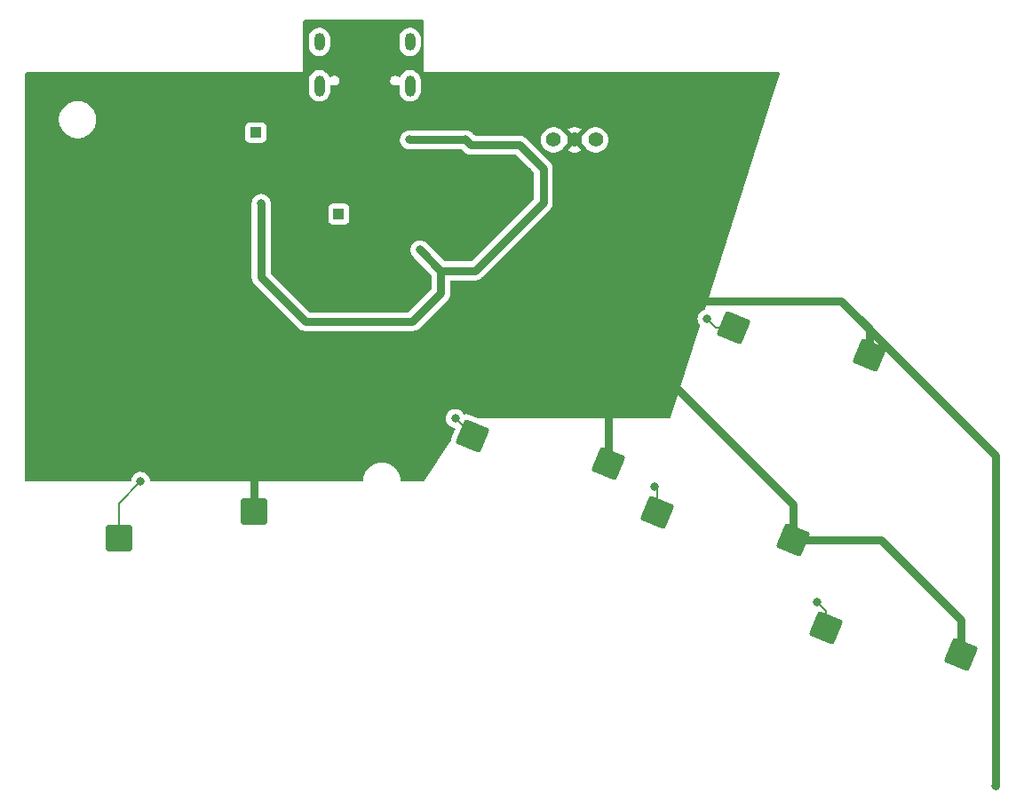
<source format=gbr>
%TF.GenerationSoftware,KiCad,Pcbnew,8.0.4*%
%TF.CreationDate,2024-07-30T01:54:57-07:00*%
%TF.ProjectId,3board_a,33626f61-7264-45f6-912e-6b696361645f,rev?*%
%TF.SameCoordinates,Original*%
%TF.FileFunction,Copper,L2,Bot*%
%TF.FilePolarity,Positive*%
%FSLAX46Y46*%
G04 Gerber Fmt 4.6, Leading zero omitted, Abs format (unit mm)*
G04 Created by KiCad (PCBNEW 8.0.4) date 2024-07-30 01:54:57*
%MOMM*%
%LPD*%
G01*
G04 APERTURE LIST*
G04 Aperture macros list*
%AMRoundRect*
0 Rectangle with rounded corners*
0 $1 Rounding radius*
0 $2 $3 $4 $5 $6 $7 $8 $9 X,Y pos of 4 corners*
0 Add a 4 corners polygon primitive as box body*
4,1,4,$2,$3,$4,$5,$6,$7,$8,$9,$2,$3,0*
0 Add four circle primitives for the rounded corners*
1,1,$1+$1,$2,$3*
1,1,$1+$1,$4,$5*
1,1,$1+$1,$6,$7*
1,1,$1+$1,$8,$9*
0 Add four rect primitives between the rounded corners*
20,1,$1+$1,$2,$3,$4,$5,0*
20,1,$1+$1,$4,$5,$6,$7,0*
20,1,$1+$1,$6,$7,$8,$9,0*
20,1,$1+$1,$8,$9,$2,$3,0*%
G04 Aperture macros list end*
%TA.AperFunction,ComponentPad*%
%ADD10C,0.600000*%
%TD*%
%TA.AperFunction,ComponentPad*%
%ADD11R,1.000000X1.000000*%
%TD*%
%TA.AperFunction,SMDPad,CuDef*%
%ADD12RoundRect,0.250000X-1.329660X-0.531629X0.564293X-1.316130X1.329660X0.531629X-0.564293X1.316130X0*%
%TD*%
%TA.AperFunction,ComponentPad*%
%ADD13O,1.000000X2.000000*%
%TD*%
%TA.AperFunction,ComponentPad*%
%ADD14O,1.000000X1.700000*%
%TD*%
%TA.AperFunction,ComponentPad*%
%ADD15C,1.400000*%
%TD*%
%TA.AperFunction,SMDPad,CuDef*%
%ADD16RoundRect,0.250000X-1.025000X-1.000000X1.025000X-1.000000X1.025000X1.000000X-1.025000X1.000000X0*%
%TD*%
%TA.AperFunction,ViaPad*%
%ADD17C,0.800000*%
%TD*%
%TA.AperFunction,Conductor*%
%ADD18C,0.800000*%
%TD*%
%TA.AperFunction,Conductor*%
%ADD19C,0.150000*%
%TD*%
G04 APERTURE END LIST*
D10*
%TO.P,,57,GND*%
%TO.N,GND*%
X83700000Y-36840000D03*
%TD*%
%TO.P,,57,GND*%
%TO.N,GND*%
X84716000Y-36840000D03*
%TD*%
D11*
%TO.P,TP2,1,1*%
%TO.N,+1V1*%
X73900000Y-38500000D03*
%TD*%
D10*
%TO.P,,57,GND*%
%TO.N,GND*%
X83700000Y-35824000D03*
%TD*%
D12*
%TO.P,SW20_RIGHT,1,1*%
%TO.N,RIGHT*%
X120330272Y-77942034D03*
%TO.P,SW20_RIGHT,2,2*%
%TO.N,GND*%
X133245279Y-80542329D03*
%TD*%
D10*
%TO.P,,57,GND*%
%TO.N,GND*%
X84716000Y-37856000D03*
%TD*%
D13*
%TO.P,J1,S1,SHIELD*%
%TO.N,Net-(J1-SHIELD)*%
X80700000Y-26295000D03*
D14*
X80700000Y-22100000D03*
D13*
X72060000Y-26295000D03*
D14*
X72060000Y-22100000D03*
%TD*%
D15*
%TO.P,J2,1,Pin_1*%
%TO.N,/Main/SWCLK*%
X98380000Y-31430000D03*
%TO.P,J2,2,Pin_2*%
%TO.N,GND*%
X96380000Y-31430000D03*
%TO.P,J2,3,Pin_3*%
%TO.N,/Main/SWDIO*%
X94380000Y-31430000D03*
%TD*%
D10*
%TO.P,,57,GND*%
%TO.N,GND*%
X85732000Y-35824000D03*
%TD*%
%TO.P,,57,GND*%
%TO.N,GND*%
X84716000Y-35824000D03*
%TD*%
D12*
%TO.P,SW19_LEFT,1,1*%
%TO.N,LEFT*%
X86661196Y-59666277D03*
%TO.P,SW19_LEFT,2,2*%
%TO.N,GND*%
X99576203Y-62266572D03*
%TD*%
D10*
%TO.P,,57,GND*%
%TO.N,GND*%
X85732000Y-36840000D03*
%TD*%
D12*
%TO.P,SW17_W,1,1*%
%TO.N,W*%
X111551220Y-49356491D03*
%TO.P,SW17_W,2,2*%
%TO.N,GND*%
X124466227Y-51956786D03*
%TD*%
D11*
%TO.P,TP1,1,1*%
%TO.N,+3.3V*%
X66000000Y-30750000D03*
%TD*%
D10*
%TO.P,,57,GND*%
%TO.N,GND*%
X85732000Y-37856000D03*
%TD*%
%TO.P,,57,GND*%
%TO.N,GND*%
X83700000Y-37856000D03*
%TD*%
D16*
%TO.P,SW8_DP,1,1*%
%TO.N,L2*%
X52915000Y-69451696D03*
%TO.P,SW8_DP,2,2*%
%TO.N,GND*%
X65842000Y-66911696D03*
%TD*%
D12*
%TO.P,SW18_DOWN,1,1*%
%TO.N,DOWN*%
X104261101Y-66956396D03*
%TO.P,SW18_DOWN,2,2*%
%TO.N,GND*%
X117176108Y-69556691D03*
%TD*%
D17*
%TO.N,GND*%
X88500000Y-29000000D03*
X89669000Y-38364000D03*
X81668000Y-45222000D03*
X71880000Y-33930000D03*
X98813000Y-35189000D03*
X89380000Y-43430000D03*
X68968000Y-39761000D03*
X136500000Y-93000000D03*
X76778500Y-41602500D03*
X70873000Y-31252000D03*
X78880000Y-30930000D03*
X54880000Y-39930000D03*
X91880000Y-34430000D03*
%TO.N,+3.3V*%
X80630000Y-31430000D03*
X86880000Y-43930000D03*
X86000000Y-31430000D03*
X81630000Y-41930000D03*
X93380000Y-34180000D03*
X66500000Y-37500000D03*
%TO.N,DOWN*%
X104000000Y-64500000D03*
%TO.N,RIGHT*%
X119500000Y-75500000D03*
%TO.N,LEFT*%
X85000000Y-58000000D03*
%TO.N,L2*%
X55000000Y-64000000D03*
%TO.N,W*%
X109000000Y-48500000D03*
%TD*%
D18*
%TO.N,GND*%
X133245279Y-77245279D02*
X125556691Y-69556691D01*
X121800000Y-46800000D02*
X108200000Y-46800000D01*
X124466227Y-49466227D02*
X121800000Y-46800000D01*
X124466227Y-51956786D02*
X124466227Y-49466227D01*
X117176108Y-69556691D02*
X117176108Y-66176108D01*
X65842000Y-63158000D02*
X66000000Y-63000000D01*
X136500000Y-93000000D02*
X136500000Y-61500000D01*
X125556691Y-69556691D02*
X117176108Y-69556691D01*
X117176108Y-66176108D02*
X105000000Y-54000000D01*
X133245279Y-80542329D02*
X133245279Y-77245279D01*
X99576203Y-62266572D02*
X99576203Y-57076203D01*
X65842000Y-66911696D02*
X65842000Y-63158000D01*
X136500000Y-61500000D02*
X121800000Y-46800000D01*
%TO.N,+3.3V*%
X83630000Y-43930000D02*
X81630000Y-41930000D01*
X66500000Y-37500000D02*
X66500000Y-44532000D01*
X86000000Y-31430000D02*
X80630000Y-31430000D01*
X93380000Y-34180000D02*
X93380000Y-37430000D01*
X91130000Y-31930000D02*
X93380000Y-34180000D01*
X86880000Y-43930000D02*
X83630000Y-43930000D01*
X86000000Y-31430000D02*
X86500000Y-31930000D01*
X83630000Y-46054000D02*
X83630000Y-43930000D01*
X70746000Y-48778000D02*
X80906000Y-48778000D01*
X80906000Y-48778000D02*
X83630000Y-46054000D01*
X86500000Y-31930000D02*
X91130000Y-31930000D01*
X66500000Y-44532000D02*
X70746000Y-48778000D01*
X93380000Y-37430000D02*
X86880000Y-43930000D01*
D19*
%TO.N,DOWN*%
X104261101Y-64761101D02*
X104261101Y-66956396D01*
X104000000Y-64500000D02*
X104261101Y-64761101D01*
%TO.N,RIGHT*%
X120330272Y-76330272D02*
X119500000Y-75500000D01*
X120330272Y-77942034D02*
X120330272Y-76330272D01*
%TO.N,LEFT*%
X86661196Y-59666277D02*
X85000000Y-58005081D01*
X85000000Y-58005081D02*
X85000000Y-58000000D01*
%TO.N,L2*%
X52915000Y-66085000D02*
X55000000Y-64000000D01*
X52915000Y-69451696D02*
X52915000Y-66085000D01*
%TO.N,W*%
X109856491Y-49356491D02*
X109000000Y-48500000D01*
X111551220Y-49356491D02*
X109856491Y-49356491D01*
%TD*%
%TA.AperFunction,Conductor*%
%TO.N,GND*%
G36*
X81943039Y-20019685D02*
G01*
X81988794Y-20072489D01*
X82000000Y-20124000D01*
X82000000Y-25000000D01*
X115830420Y-25000000D01*
X115897459Y-25019685D01*
X115943214Y-25072489D01*
X115953158Y-25141647D01*
X115948583Y-25161594D01*
X115040237Y-28016398D01*
X108824138Y-47552705D01*
X108785053Y-47610620D01*
X108731761Y-47636397D01*
X108720199Y-47638854D01*
X108720192Y-47638857D01*
X108547270Y-47715848D01*
X108547265Y-47715851D01*
X108394129Y-47827111D01*
X108267466Y-47967785D01*
X108172821Y-48131715D01*
X108172818Y-48131722D01*
X108114327Y-48311740D01*
X108114326Y-48311744D01*
X108094540Y-48500000D01*
X108114326Y-48688256D01*
X108114327Y-48688259D01*
X108172818Y-48868277D01*
X108172821Y-48868284D01*
X108267467Y-49032216D01*
X108283383Y-49049892D01*
X108313613Y-49112883D01*
X108309397Y-49170462D01*
X105527492Y-57913597D01*
X105488407Y-57971512D01*
X105424216Y-57999103D01*
X105409329Y-58000000D01*
X87237388Y-58000000D01*
X87189935Y-57990561D01*
X86337903Y-57637638D01*
X86238929Y-57608006D01*
X86238927Y-57608005D01*
X86238922Y-57608004D01*
X86238919Y-57608003D01*
X86238916Y-57608003D01*
X86063945Y-57595256D01*
X85912497Y-57619695D01*
X85843178Y-57610941D01*
X85789596Y-57566100D01*
X85785357Y-57559278D01*
X85783816Y-57556608D01*
X85732533Y-57467784D01*
X85605871Y-57327112D01*
X85605870Y-57327111D01*
X85452734Y-57215851D01*
X85452729Y-57215848D01*
X85279807Y-57138857D01*
X85279802Y-57138855D01*
X85134001Y-57107865D01*
X85094646Y-57099500D01*
X84905354Y-57099500D01*
X84872897Y-57106398D01*
X84720197Y-57138855D01*
X84720192Y-57138857D01*
X84547270Y-57215848D01*
X84547265Y-57215851D01*
X84394129Y-57327111D01*
X84267466Y-57467785D01*
X84172821Y-57631715D01*
X84172818Y-57631722D01*
X84114327Y-57811740D01*
X84114326Y-57811744D01*
X84094540Y-58000000D01*
X84114326Y-58188256D01*
X84114327Y-58188259D01*
X84172818Y-58368277D01*
X84172821Y-58368284D01*
X84267467Y-58532216D01*
X84394129Y-58672888D01*
X84547265Y-58784148D01*
X84547270Y-58784151D01*
X84720192Y-58861142D01*
X84720197Y-58861144D01*
X84898529Y-58899049D01*
X84960010Y-58932241D01*
X84993787Y-58993404D01*
X84989135Y-59063119D01*
X84987309Y-59067792D01*
X84619027Y-59956905D01*
X84589395Y-60055879D01*
X84589392Y-60055892D01*
X84586858Y-60090685D01*
X84566360Y-60150458D01*
X82036811Y-63944783D01*
X81983246Y-63989644D01*
X81933637Y-64000000D01*
X79904288Y-64000000D01*
X79837249Y-63980315D01*
X79791494Y-63927511D01*
X79781351Y-63887281D01*
X79781030Y-63887324D01*
X79780667Y-63884569D01*
X79780554Y-63884120D01*
X79780500Y-63883299D01*
X79763973Y-63757763D01*
X79750035Y-63651896D01*
X79689626Y-63426449D01*
X79600308Y-63210815D01*
X79600306Y-63210812D01*
X79600304Y-63210807D01*
X79483612Y-63008692D01*
X79483608Y-63008685D01*
X79341523Y-62823516D01*
X79341518Y-62823510D01*
X79176489Y-62658481D01*
X79176482Y-62658475D01*
X78991323Y-62516398D01*
X78991321Y-62516396D01*
X78991315Y-62516392D01*
X78991310Y-62516389D01*
X78991307Y-62516387D01*
X78789192Y-62399695D01*
X78789181Y-62399690D01*
X78573555Y-62310375D01*
X78348100Y-62249964D01*
X78116709Y-62219501D01*
X78116706Y-62219500D01*
X78116700Y-62219500D01*
X77883300Y-62219500D01*
X77883294Y-62219500D01*
X77883290Y-62219501D01*
X77651899Y-62249964D01*
X77426444Y-62310375D01*
X77210818Y-62399690D01*
X77210807Y-62399695D01*
X77008692Y-62516387D01*
X77008676Y-62516398D01*
X76823517Y-62658475D01*
X76823510Y-62658481D01*
X76658481Y-62823510D01*
X76658475Y-62823517D01*
X76516398Y-63008676D01*
X76516387Y-63008692D01*
X76399695Y-63210807D01*
X76399690Y-63210818D01*
X76310375Y-63426444D01*
X76249964Y-63651899D01*
X76219499Y-63883299D01*
X76219446Y-63884120D01*
X76219361Y-63884350D01*
X76218970Y-63887324D01*
X76218304Y-63887236D01*
X76195414Y-63949727D01*
X76139727Y-63991925D01*
X76095712Y-64000000D01*
X56017110Y-64000000D01*
X55950071Y-63980315D01*
X55904316Y-63927511D01*
X55893790Y-63888964D01*
X55885674Y-63811744D01*
X55827179Y-63631716D01*
X55732533Y-63467784D01*
X55605871Y-63327112D01*
X55541272Y-63280178D01*
X55452734Y-63215851D01*
X55452729Y-63215848D01*
X55279807Y-63138857D01*
X55279802Y-63138855D01*
X55134001Y-63107865D01*
X55094646Y-63099500D01*
X54905354Y-63099500D01*
X54872897Y-63106398D01*
X54720197Y-63138855D01*
X54720192Y-63138857D01*
X54547270Y-63215848D01*
X54547265Y-63215851D01*
X54394129Y-63327111D01*
X54267466Y-63467785D01*
X54172821Y-63631715D01*
X54172818Y-63631722D01*
X54119718Y-63795149D01*
X54114326Y-63811744D01*
X54106210Y-63888963D01*
X54079627Y-63953576D01*
X54022329Y-63993561D01*
X53982890Y-64000000D01*
X44124000Y-64000000D01*
X44056961Y-63980315D01*
X44011206Y-63927511D01*
X44000000Y-63876000D01*
X44000000Y-37499999D01*
X65594540Y-37499999D01*
X65598821Y-37540731D01*
X65599500Y-37553692D01*
X65599500Y-44620696D01*
X65634103Y-44794658D01*
X65634105Y-44794666D01*
X65668046Y-44876606D01*
X65668046Y-44876607D01*
X65701984Y-44958542D01*
X65701985Y-44958544D01*
X65761063Y-45046960D01*
X65761064Y-45046961D01*
X65800534Y-45106034D01*
X65800535Y-45106035D01*
X65800536Y-45106036D01*
X70046536Y-49352035D01*
X70171962Y-49477461D01*
X70171966Y-49477465D01*
X70231039Y-49516936D01*
X70319453Y-49576013D01*
X70367452Y-49595895D01*
X70483334Y-49643895D01*
X70657303Y-49678499D01*
X70657307Y-49678500D01*
X70657308Y-49678500D01*
X80994693Y-49678500D01*
X80994694Y-49678499D01*
X81168666Y-49643895D01*
X81250606Y-49609953D01*
X81332547Y-49576013D01*
X81332549Y-49576011D01*
X81332552Y-49576010D01*
X81420955Y-49516939D01*
X81420955Y-49516938D01*
X81420959Y-49516936D01*
X81480036Y-49477464D01*
X84329464Y-46628035D01*
X84428013Y-46480547D01*
X84447895Y-46432547D01*
X84495895Y-46316666D01*
X84530500Y-46142692D01*
X84530500Y-45965308D01*
X84530500Y-44954500D01*
X84550185Y-44887461D01*
X84602989Y-44841706D01*
X84654500Y-44830500D01*
X86974645Y-44830500D01*
X86974646Y-44830500D01*
X87060699Y-44812208D01*
X87062134Y-44811912D01*
X87142666Y-44795895D01*
X87142671Y-44795893D01*
X87148495Y-44794127D01*
X87148628Y-44794568D01*
X87159319Y-44791247D01*
X87159509Y-44791206D01*
X87159803Y-44791144D01*
X87234057Y-44758082D01*
X87236955Y-44756837D01*
X87306547Y-44728013D01*
X87307633Y-44727287D01*
X87326095Y-44717104D01*
X87332730Y-44714151D01*
X87393039Y-44670333D01*
X87396966Y-44667595D01*
X87454036Y-44629464D01*
X87459735Y-44623763D01*
X87474533Y-44611124D01*
X87485871Y-44602888D01*
X87531265Y-44552471D01*
X87535697Y-44547801D01*
X94079464Y-38004036D01*
X94118936Y-37944959D01*
X94178013Y-37856547D01*
X94222353Y-37749500D01*
X94245895Y-37692666D01*
X94280500Y-37518692D01*
X94280500Y-37341308D01*
X94280500Y-34233692D01*
X94281179Y-34220731D01*
X94285460Y-34180000D01*
X94281179Y-34139266D01*
X94280500Y-34126306D01*
X94280500Y-34091309D01*
X94272360Y-34050393D01*
X94270656Y-34039156D01*
X94265674Y-33991744D01*
X94255095Y-33959189D01*
X94251412Y-33945075D01*
X94245895Y-33917334D01*
X94227350Y-33872563D01*
X94223986Y-33863442D01*
X94207180Y-33811718D01*
X94207179Y-33811716D01*
X94193426Y-33787896D01*
X94186257Y-33773359D01*
X94180341Y-33759075D01*
X94178695Y-33754474D01*
X94178013Y-33753453D01*
X94147368Y-33707591D01*
X94143088Y-33700708D01*
X94112531Y-33647781D01*
X94112530Y-33647780D01*
X94098637Y-33632350D01*
X94087684Y-33618268D01*
X94079464Y-33605965D01*
X94035724Y-33562225D01*
X94031255Y-33557516D01*
X93985872Y-33507113D01*
X93985871Y-33507112D01*
X93974525Y-33498869D01*
X93959734Y-33486235D01*
X93954035Y-33480536D01*
X91903500Y-31429999D01*
X93174357Y-31429999D01*
X93174357Y-31430000D01*
X93194884Y-31651535D01*
X93194885Y-31651537D01*
X93255769Y-31865523D01*
X93255775Y-31865538D01*
X93354938Y-32064683D01*
X93354943Y-32064691D01*
X93489020Y-32242238D01*
X93653437Y-32392123D01*
X93653439Y-32392125D01*
X93842595Y-32509245D01*
X93842596Y-32509245D01*
X93842599Y-32509247D01*
X94050060Y-32589618D01*
X94268757Y-32630500D01*
X94268759Y-32630500D01*
X94491241Y-32630500D01*
X94491243Y-32630500D01*
X94709940Y-32589618D01*
X94917401Y-32509247D01*
X95034280Y-32436879D01*
X95726672Y-32436879D01*
X95726672Y-32436880D01*
X95842821Y-32508797D01*
X95842822Y-32508798D01*
X96050195Y-32589134D01*
X96268807Y-32630000D01*
X96491193Y-32630000D01*
X96709809Y-32589133D01*
X96917168Y-32508801D01*
X96917181Y-32508795D01*
X97033326Y-32436879D01*
X96380001Y-31783553D01*
X96380000Y-31783553D01*
X95726672Y-32436879D01*
X95034280Y-32436879D01*
X95106562Y-32392124D01*
X95270981Y-32242236D01*
X95405058Y-32064689D01*
X95409232Y-32056305D01*
X95432553Y-32023892D01*
X96026447Y-31430000D01*
X95980369Y-31383922D01*
X96030000Y-31383922D01*
X96030000Y-31476078D01*
X96053852Y-31565095D01*
X96099930Y-31644905D01*
X96165095Y-31710070D01*
X96244905Y-31756148D01*
X96333922Y-31780000D01*
X96426078Y-31780000D01*
X96515095Y-31756148D01*
X96594905Y-31710070D01*
X96660070Y-31644905D01*
X96706148Y-31565095D01*
X96730000Y-31476078D01*
X96730000Y-31429999D01*
X96733553Y-31429999D01*
X96733553Y-31430000D01*
X97327447Y-32023894D01*
X97350765Y-32056301D01*
X97354942Y-32064689D01*
X97489020Y-32242238D01*
X97653437Y-32392123D01*
X97653439Y-32392125D01*
X97842595Y-32509245D01*
X97842596Y-32509245D01*
X97842599Y-32509247D01*
X98050060Y-32589618D01*
X98268757Y-32630500D01*
X98268759Y-32630500D01*
X98491241Y-32630500D01*
X98491243Y-32630500D01*
X98709940Y-32589618D01*
X98917401Y-32509247D01*
X99106562Y-32392124D01*
X99270981Y-32242236D01*
X99405058Y-32064689D01*
X99504229Y-31865528D01*
X99565115Y-31651536D01*
X99585643Y-31430000D01*
X99572593Y-31289171D01*
X99565115Y-31208464D01*
X99565114Y-31208462D01*
X99563341Y-31202231D01*
X99504229Y-30994472D01*
X99504224Y-30994461D01*
X99405061Y-30795316D01*
X99405056Y-30795308D01*
X99270979Y-30617761D01*
X99106562Y-30467876D01*
X99106560Y-30467874D01*
X98917404Y-30350754D01*
X98917398Y-30350752D01*
X98709940Y-30270382D01*
X98491243Y-30229500D01*
X98268757Y-30229500D01*
X98050060Y-30270382D01*
X97918864Y-30321207D01*
X97842601Y-30350752D01*
X97842595Y-30350754D01*
X97653439Y-30467874D01*
X97653437Y-30467876D01*
X97489019Y-30617762D01*
X97489017Y-30617765D01*
X97354943Y-30795309D01*
X97354940Y-30795313D01*
X97350763Y-30803702D01*
X97327448Y-30836103D01*
X96733553Y-31429999D01*
X96730000Y-31429999D01*
X96730000Y-31383922D01*
X96706148Y-31294905D01*
X96660070Y-31215095D01*
X96594905Y-31149930D01*
X96515095Y-31103852D01*
X96426078Y-31080000D01*
X96333922Y-31080000D01*
X96244905Y-31103852D01*
X96165095Y-31149930D01*
X96099930Y-31215095D01*
X96053852Y-31294905D01*
X96030000Y-31383922D01*
X95980369Y-31383922D01*
X95432553Y-30836106D01*
X95409233Y-30803695D01*
X95405060Y-30795315D01*
X95405056Y-30795308D01*
X95270979Y-30617761D01*
X95106562Y-30467876D01*
X95106560Y-30467874D01*
X95034278Y-30423119D01*
X95726671Y-30423119D01*
X96380000Y-31076447D01*
X96380001Y-31076447D01*
X97033327Y-30423119D01*
X96917178Y-30351202D01*
X96917177Y-30351201D01*
X96709804Y-30270865D01*
X96491193Y-30230000D01*
X96268807Y-30230000D01*
X96050195Y-30270865D01*
X95842824Y-30351200D01*
X95842823Y-30351201D01*
X95726671Y-30423119D01*
X95034278Y-30423119D01*
X94917404Y-30350754D01*
X94917398Y-30350752D01*
X94709940Y-30270382D01*
X94491243Y-30229500D01*
X94268757Y-30229500D01*
X94050060Y-30270382D01*
X93918864Y-30321207D01*
X93842601Y-30350752D01*
X93842595Y-30350754D01*
X93653439Y-30467874D01*
X93653437Y-30467876D01*
X93489020Y-30617761D01*
X93354943Y-30795308D01*
X93354938Y-30795316D01*
X93255775Y-30994461D01*
X93255769Y-30994476D01*
X93194885Y-31208462D01*
X93194884Y-31208464D01*
X93174357Y-31429999D01*
X91903500Y-31429999D01*
X91704041Y-31230540D01*
X91704038Y-31230537D01*
X91642808Y-31189625D01*
X91556544Y-31131985D01*
X91556542Y-31131984D01*
X91474607Y-31098046D01*
X91474606Y-31098046D01*
X91392666Y-31064105D01*
X91392658Y-31064103D01*
X91218696Y-31029500D01*
X91218692Y-31029500D01*
X91218691Y-31029500D01*
X86924362Y-31029500D01*
X86857323Y-31009815D01*
X86836681Y-30993181D01*
X86655716Y-30812216D01*
X86651246Y-30807506D01*
X86605875Y-30757115D01*
X86605871Y-30757112D01*
X86594531Y-30748873D01*
X86579738Y-30736238D01*
X86574036Y-30730536D01*
X86573687Y-30730303D01*
X86517021Y-30692439D01*
X86513028Y-30689656D01*
X86452732Y-30645850D01*
X86452728Y-30645848D01*
X86446092Y-30642893D01*
X86427643Y-30632719D01*
X86426551Y-30631989D01*
X86426546Y-30631986D01*
X86356993Y-30603177D01*
X86354010Y-30601895D01*
X86279806Y-30568857D01*
X86279804Y-30568856D01*
X86279803Y-30568856D01*
X86279294Y-30568747D01*
X86268632Y-30565437D01*
X86268500Y-30565874D01*
X86262667Y-30564105D01*
X86182222Y-30548103D01*
X86180633Y-30547776D01*
X86094650Y-30529500D01*
X86094646Y-30529500D01*
X86088691Y-30529500D01*
X80724646Y-30529500D01*
X80535354Y-30529500D01*
X80535350Y-30529500D01*
X80449334Y-30547783D01*
X80447745Y-30548110D01*
X80367336Y-30564105D01*
X80361514Y-30565871D01*
X80361382Y-30565437D01*
X80350720Y-30568744D01*
X80350200Y-30568854D01*
X80350199Y-30568854D01*
X80275969Y-30601904D01*
X80272986Y-30603185D01*
X80203457Y-30631984D01*
X80203450Y-30631988D01*
X80202346Y-30632726D01*
X80183911Y-30642892D01*
X80177272Y-30645848D01*
X80177264Y-30645853D01*
X80116976Y-30689653D01*
X80112986Y-30692434D01*
X80055968Y-30730533D01*
X80055958Y-30730542D01*
X80050253Y-30736246D01*
X80035472Y-30748870D01*
X80024129Y-30757111D01*
X80024126Y-30757114D01*
X79978742Y-30807517D01*
X79974277Y-30812222D01*
X79930539Y-30855961D01*
X79930532Y-30855969D01*
X79922310Y-30868275D01*
X79911362Y-30882350D01*
X79897472Y-30897776D01*
X79897467Y-30897784D01*
X79866914Y-30950703D01*
X79862630Y-30957591D01*
X79831988Y-31003450D01*
X79823741Y-31023360D01*
X79816569Y-31037902D01*
X79802824Y-31061710D01*
X79802821Y-31061715D01*
X79786010Y-31113451D01*
X79782643Y-31122578D01*
X79764106Y-31167333D01*
X79758589Y-31195066D01*
X79754905Y-31209183D01*
X79744325Y-31241747D01*
X79739340Y-31289171D01*
X79737638Y-31300396D01*
X79729500Y-31341310D01*
X79729500Y-31376306D01*
X79728821Y-31389266D01*
X79724540Y-31429999D01*
X79728821Y-31470731D01*
X79729500Y-31483692D01*
X79729500Y-31518695D01*
X79737637Y-31559602D01*
X79739341Y-31570831D01*
X79744325Y-31618253D01*
X79744325Y-31618254D01*
X79754904Y-31650811D01*
X79758590Y-31664938D01*
X79764104Y-31692662D01*
X79764105Y-31692664D01*
X79782644Y-31737423D01*
X79786012Y-31746554D01*
X79802819Y-31798279D01*
X79802822Y-31798286D01*
X79816569Y-31822097D01*
X79823742Y-31836643D01*
X79831984Y-31856542D01*
X79862634Y-31902413D01*
X79866919Y-31909304D01*
X79897468Y-31962218D01*
X79897469Y-31962219D01*
X79911357Y-31977643D01*
X79922307Y-31991721D01*
X79930534Y-32004033D01*
X79974274Y-32047773D01*
X79978744Y-32052483D01*
X80024129Y-32102888D01*
X80024131Y-32102890D01*
X80035467Y-32111126D01*
X80050263Y-32123763D01*
X80055961Y-32129461D01*
X80055965Y-32129464D01*
X80112994Y-32167570D01*
X80116967Y-32170339D01*
X80177270Y-32214151D01*
X80183902Y-32217104D01*
X80202361Y-32227283D01*
X80203453Y-32228013D01*
X80273042Y-32256836D01*
X80275987Y-32258102D01*
X80350197Y-32291144D01*
X80350696Y-32291250D01*
X80361370Y-32294562D01*
X80361503Y-32294125D01*
X80367330Y-32295892D01*
X80367334Y-32295894D01*
X80447816Y-32311902D01*
X80449282Y-32312204D01*
X80535354Y-32330500D01*
X80541309Y-32330500D01*
X85575639Y-32330500D01*
X85642678Y-32350185D01*
X85663320Y-32366819D01*
X85800536Y-32504035D01*
X85925965Y-32629464D01*
X86073453Y-32728013D01*
X86121452Y-32747895D01*
X86237334Y-32795895D01*
X86411303Y-32830499D01*
X86411307Y-32830500D01*
X86411308Y-32830500D01*
X86411309Y-32830500D01*
X90705638Y-32830500D01*
X90772677Y-32850185D01*
X90793319Y-32866819D01*
X92443181Y-34516680D01*
X92476666Y-34578003D01*
X92479500Y-34604361D01*
X92479500Y-37005638D01*
X92459815Y-37072677D01*
X92443181Y-37093319D01*
X86543319Y-42993181D01*
X86481996Y-43026666D01*
X86455638Y-43029500D01*
X84054362Y-43029500D01*
X83987323Y-43009815D01*
X83966681Y-42993181D01*
X82285715Y-41312215D01*
X82281245Y-41307505D01*
X82235875Y-41257115D01*
X82235871Y-41257112D01*
X82224531Y-41248873D01*
X82209738Y-41236238D01*
X82204036Y-41230536D01*
X82204032Y-41230533D01*
X82204031Y-41230532D01*
X82147021Y-41192439D01*
X82143028Y-41189657D01*
X82119977Y-41172910D01*
X82082730Y-41145849D01*
X82076081Y-41142888D01*
X82057636Y-41132716D01*
X82057022Y-41132305D01*
X82056546Y-41131987D01*
X82020459Y-41117039D01*
X81986984Y-41103173D01*
X81984039Y-41101907D01*
X81909804Y-41068856D01*
X81909618Y-41068816D01*
X81909294Y-41068747D01*
X81898632Y-41065437D01*
X81898500Y-41065874D01*
X81892667Y-41064105D01*
X81812222Y-41048103D01*
X81810633Y-41047776D01*
X81724650Y-41029500D01*
X81724646Y-41029500D01*
X81535354Y-41029500D01*
X81449306Y-41047789D01*
X81447717Y-41048115D01*
X81367333Y-41064104D01*
X81361508Y-41065871D01*
X81361378Y-41065443D01*
X81350726Y-41068743D01*
X81350202Y-41068854D01*
X81350198Y-41068855D01*
X81275971Y-41101902D01*
X81272994Y-41103181D01*
X81203453Y-41131988D01*
X81203450Y-41131989D01*
X81202342Y-41132730D01*
X81183921Y-41142886D01*
X81177279Y-41145843D01*
X81177273Y-41145847D01*
X81116993Y-41189641D01*
X81113004Y-41192421D01*
X81055967Y-41230533D01*
X81055955Y-41230543D01*
X81050251Y-41236247D01*
X81035468Y-41248872D01*
X81024136Y-41257105D01*
X81024126Y-41257114D01*
X80978751Y-41307507D01*
X80974286Y-41312212D01*
X80930539Y-41355960D01*
X80930532Y-41355968D01*
X80922308Y-41368277D01*
X80911361Y-41382352D01*
X80897468Y-41397782D01*
X80897467Y-41397783D01*
X80866907Y-41450713D01*
X80862626Y-41457597D01*
X80831987Y-41503454D01*
X80823742Y-41523357D01*
X80816575Y-41537890D01*
X80802820Y-41561716D01*
X80802818Y-41561721D01*
X80786010Y-41613449D01*
X80782642Y-41622580D01*
X80764105Y-41667333D01*
X80764103Y-41667341D01*
X80758588Y-41695067D01*
X80754902Y-41709193D01*
X80744326Y-41741743D01*
X80744325Y-41741746D01*
X80739341Y-41789160D01*
X80737639Y-41800384D01*
X80729500Y-41841307D01*
X80729500Y-41876306D01*
X80728821Y-41889266D01*
X80724540Y-41929999D01*
X80728821Y-41970731D01*
X80729500Y-41983692D01*
X80729500Y-42018692D01*
X80737639Y-42059614D01*
X80739341Y-42070839D01*
X80744325Y-42118249D01*
X80744326Y-42118256D01*
X80754903Y-42150807D01*
X80758587Y-42164927D01*
X80764105Y-42192665D01*
X80764106Y-42192670D01*
X80782641Y-42237417D01*
X80786011Y-42246550D01*
X80802820Y-42298282D01*
X80816571Y-42322100D01*
X80823743Y-42336644D01*
X80831986Y-42356544D01*
X80831988Y-42356547D01*
X80862626Y-42402402D01*
X80866910Y-42409290D01*
X80897467Y-42462216D01*
X80911355Y-42477640D01*
X80922307Y-42491721D01*
X80930535Y-42504035D01*
X80974283Y-42547783D01*
X80978752Y-42552492D01*
X81024129Y-42602888D01*
X81035467Y-42611125D01*
X81050261Y-42623761D01*
X82693181Y-44266681D01*
X82726666Y-44328004D01*
X82729500Y-44354362D01*
X82729500Y-45629638D01*
X82709815Y-45696677D01*
X82693181Y-45717319D01*
X80569319Y-47841181D01*
X80507996Y-47874666D01*
X80481638Y-47877500D01*
X71170361Y-47877500D01*
X71103322Y-47857815D01*
X71082680Y-47841181D01*
X67436819Y-44195319D01*
X67403334Y-44133996D01*
X67400500Y-44107638D01*
X67400500Y-37952135D01*
X72899500Y-37952135D01*
X72899500Y-39047870D01*
X72899501Y-39047876D01*
X72905908Y-39107483D01*
X72956202Y-39242328D01*
X72956206Y-39242335D01*
X73042452Y-39357544D01*
X73042455Y-39357547D01*
X73157664Y-39443793D01*
X73157671Y-39443797D01*
X73292517Y-39494091D01*
X73292516Y-39494091D01*
X73299444Y-39494835D01*
X73352127Y-39500500D01*
X74447872Y-39500499D01*
X74507483Y-39494091D01*
X74642331Y-39443796D01*
X74757546Y-39357546D01*
X74843796Y-39242331D01*
X74894091Y-39107483D01*
X74900500Y-39047873D01*
X74900499Y-37952128D01*
X74894091Y-37892517D01*
X74843796Y-37757669D01*
X74843795Y-37757668D01*
X74843793Y-37757664D01*
X74757547Y-37642455D01*
X74757544Y-37642452D01*
X74642335Y-37556206D01*
X74642328Y-37556202D01*
X74507482Y-37505908D01*
X74507483Y-37505908D01*
X74447883Y-37499501D01*
X74447881Y-37499500D01*
X74447873Y-37499500D01*
X74447864Y-37499500D01*
X73352129Y-37499500D01*
X73352123Y-37499501D01*
X73292516Y-37505908D01*
X73157671Y-37556202D01*
X73157664Y-37556206D01*
X73042455Y-37642452D01*
X73042452Y-37642455D01*
X72956206Y-37757664D01*
X72956202Y-37757671D01*
X72905908Y-37892517D01*
X72899501Y-37952116D01*
X72899501Y-37952123D01*
X72899500Y-37952135D01*
X67400500Y-37952135D01*
X67400500Y-37553692D01*
X67401179Y-37540731D01*
X67405460Y-37500000D01*
X67401179Y-37459266D01*
X67400500Y-37446306D01*
X67400500Y-37411309D01*
X67392360Y-37370393D01*
X67390656Y-37359156D01*
X67385674Y-37311744D01*
X67375094Y-37279183D01*
X67371409Y-37265059D01*
X67365895Y-37237339D01*
X67365894Y-37237338D01*
X67365894Y-37237334D01*
X67347352Y-37192569D01*
X67343990Y-37183455D01*
X67327181Y-37131720D01*
X67327178Y-37131715D01*
X67313424Y-37107892D01*
X67306256Y-37093355D01*
X67298014Y-37073456D01*
X67298013Y-37073454D01*
X67298013Y-37073453D01*
X67267359Y-37027577D01*
X67263088Y-37020708D01*
X67232534Y-36967785D01*
X67232530Y-36967780D01*
X67218637Y-36952350D01*
X67207684Y-36938268D01*
X67199464Y-36925965D01*
X67155721Y-36882222D01*
X67151255Y-36877516D01*
X67105871Y-36827112D01*
X67105870Y-36827111D01*
X67094527Y-36818870D01*
X67079737Y-36806238D01*
X67074035Y-36800536D01*
X67017008Y-36762431D01*
X67013016Y-36759649D01*
X66952730Y-36715849D01*
X66946092Y-36712893D01*
X66927643Y-36702719D01*
X66926551Y-36701989D01*
X66926546Y-36701986D01*
X66856993Y-36673177D01*
X66854010Y-36671895D01*
X66779806Y-36638856D01*
X66779797Y-36638853D01*
X66779285Y-36638745D01*
X66768626Y-36635438D01*
X66768494Y-36635874D01*
X66762667Y-36634106D01*
X66762666Y-36634106D01*
X66762663Y-36634105D01*
X66762662Y-36634105D01*
X66682268Y-36618113D01*
X66680715Y-36617794D01*
X66594646Y-36599500D01*
X66405354Y-36599500D01*
X66405350Y-36599500D01*
X66319334Y-36617783D01*
X66317745Y-36618110D01*
X66237336Y-36634105D01*
X66231514Y-36635871D01*
X66231382Y-36635437D01*
X66220720Y-36638744D01*
X66220200Y-36638854D01*
X66220199Y-36638854D01*
X66145969Y-36671904D01*
X66142986Y-36673185D01*
X66073457Y-36701984D01*
X66073450Y-36701988D01*
X66072346Y-36702726D01*
X66053911Y-36712892D01*
X66047272Y-36715848D01*
X66047264Y-36715853D01*
X65986976Y-36759653D01*
X65982986Y-36762434D01*
X65925968Y-36800533D01*
X65925958Y-36800542D01*
X65920253Y-36806246D01*
X65905472Y-36818870D01*
X65894129Y-36827111D01*
X65894126Y-36827114D01*
X65848742Y-36877517D01*
X65844277Y-36882222D01*
X65800539Y-36925961D01*
X65800532Y-36925969D01*
X65792310Y-36938275D01*
X65781362Y-36952350D01*
X65767472Y-36967776D01*
X65767467Y-36967784D01*
X65736914Y-37020703D01*
X65732630Y-37027591D01*
X65701988Y-37073450D01*
X65693741Y-37093360D01*
X65686569Y-37107902D01*
X65672824Y-37131710D01*
X65672821Y-37131715D01*
X65656010Y-37183451D01*
X65652643Y-37192578D01*
X65634106Y-37237333D01*
X65628589Y-37265066D01*
X65624905Y-37279183D01*
X65614325Y-37311747D01*
X65609340Y-37359171D01*
X65607638Y-37370396D01*
X65599500Y-37411310D01*
X65599500Y-37446306D01*
X65598821Y-37459266D01*
X65594540Y-37499999D01*
X44000000Y-37499999D01*
X44000000Y-29383306D01*
X47219500Y-29383306D01*
X47219500Y-29616693D01*
X47219501Y-29616709D01*
X47249964Y-29848100D01*
X47310375Y-30073555D01*
X47399690Y-30289181D01*
X47399695Y-30289192D01*
X47516387Y-30491307D01*
X47516398Y-30491323D01*
X47658475Y-30676482D01*
X47658481Y-30676489D01*
X47823510Y-30841518D01*
X47823516Y-30841523D01*
X48008685Y-30983608D01*
X48008692Y-30983612D01*
X48210807Y-31100304D01*
X48210812Y-31100306D01*
X48210815Y-31100308D01*
X48426449Y-31189626D01*
X48651896Y-31250035D01*
X48883300Y-31280500D01*
X48883307Y-31280500D01*
X49116693Y-31280500D01*
X49116700Y-31280500D01*
X49348104Y-31250035D01*
X49573551Y-31189626D01*
X49789185Y-31100308D01*
X49991315Y-30983608D01*
X50176484Y-30841523D01*
X50341523Y-30676484D01*
X50483608Y-30491315D01*
X50600308Y-30289185D01*
X50636365Y-30202135D01*
X64999500Y-30202135D01*
X64999500Y-31297870D01*
X64999501Y-31297876D01*
X65005908Y-31357483D01*
X65056202Y-31492328D01*
X65056206Y-31492335D01*
X65142452Y-31607544D01*
X65142455Y-31607547D01*
X65257664Y-31693793D01*
X65257671Y-31693797D01*
X65392517Y-31744091D01*
X65392516Y-31744091D01*
X65399444Y-31744835D01*
X65452127Y-31750500D01*
X66547872Y-31750499D01*
X66607483Y-31744091D01*
X66742331Y-31693796D01*
X66857546Y-31607546D01*
X66943796Y-31492331D01*
X66994091Y-31357483D01*
X67000500Y-31297873D01*
X67000499Y-30202128D01*
X66994091Y-30142517D01*
X66968368Y-30073551D01*
X66943797Y-30007671D01*
X66943793Y-30007664D01*
X66857547Y-29892455D01*
X66857544Y-29892452D01*
X66742335Y-29806206D01*
X66742328Y-29806202D01*
X66607482Y-29755908D01*
X66607483Y-29755908D01*
X66547883Y-29749501D01*
X66547881Y-29749500D01*
X66547873Y-29749500D01*
X66547864Y-29749500D01*
X65452129Y-29749500D01*
X65452123Y-29749501D01*
X65392516Y-29755908D01*
X65257671Y-29806202D01*
X65257664Y-29806206D01*
X65142455Y-29892452D01*
X65142452Y-29892455D01*
X65056206Y-30007664D01*
X65056202Y-30007671D01*
X65005908Y-30142517D01*
X64999501Y-30202116D01*
X64999501Y-30202123D01*
X64999500Y-30202135D01*
X50636365Y-30202135D01*
X50689626Y-30073551D01*
X50750035Y-29848104D01*
X50780500Y-29616700D01*
X50780500Y-29383300D01*
X50750035Y-29151896D01*
X50689626Y-28926449D01*
X50600308Y-28710815D01*
X50600306Y-28710812D01*
X50600304Y-28710807D01*
X50483612Y-28508692D01*
X50483608Y-28508685D01*
X50341523Y-28323516D01*
X50341518Y-28323510D01*
X50176489Y-28158481D01*
X50176482Y-28158475D01*
X49991323Y-28016398D01*
X49991321Y-28016396D01*
X49991315Y-28016392D01*
X49991310Y-28016389D01*
X49991307Y-28016387D01*
X49789192Y-27899695D01*
X49789181Y-27899690D01*
X49573555Y-27810375D01*
X49374549Y-27757051D01*
X49348104Y-27749965D01*
X49348103Y-27749964D01*
X49348100Y-27749964D01*
X49116709Y-27719501D01*
X49116706Y-27719500D01*
X49116700Y-27719500D01*
X48883300Y-27719500D01*
X48883294Y-27719500D01*
X48883290Y-27719501D01*
X48651899Y-27749964D01*
X48426444Y-27810375D01*
X48210818Y-27899690D01*
X48210807Y-27899695D01*
X48008692Y-28016387D01*
X48008676Y-28016398D01*
X47823517Y-28158475D01*
X47823510Y-28158481D01*
X47658481Y-28323510D01*
X47658475Y-28323517D01*
X47516398Y-28508676D01*
X47516387Y-28508692D01*
X47399695Y-28710807D01*
X47399690Y-28710818D01*
X47310375Y-28926444D01*
X47249964Y-29151899D01*
X47219501Y-29383290D01*
X47219500Y-29383306D01*
X44000000Y-29383306D01*
X44000000Y-26893543D01*
X71059499Y-26893543D01*
X71097947Y-27086829D01*
X71097950Y-27086839D01*
X71173364Y-27268907D01*
X71173371Y-27268920D01*
X71282860Y-27432781D01*
X71282863Y-27432785D01*
X71422214Y-27572136D01*
X71422218Y-27572139D01*
X71586079Y-27681628D01*
X71586092Y-27681635D01*
X71768160Y-27757049D01*
X71768165Y-27757051D01*
X71768169Y-27757051D01*
X71768170Y-27757052D01*
X71961456Y-27795500D01*
X71961459Y-27795500D01*
X72158543Y-27795500D01*
X72288582Y-27769632D01*
X72351835Y-27757051D01*
X72533914Y-27681632D01*
X72697782Y-27572139D01*
X72837139Y-27432782D01*
X72946632Y-27268914D01*
X73022051Y-27086835D01*
X73060500Y-26893541D01*
X73060500Y-26316635D01*
X73080185Y-26249596D01*
X73132989Y-26203841D01*
X73202147Y-26193897D01*
X73246498Y-26209247D01*
X73304534Y-26242755D01*
X73426741Y-26275500D01*
X73426743Y-26275500D01*
X73553257Y-26275500D01*
X73553259Y-26275500D01*
X73675466Y-26242755D01*
X73785034Y-26179496D01*
X73874496Y-26090034D01*
X73937755Y-25980466D01*
X73970500Y-25858259D01*
X73970500Y-25731741D01*
X78789500Y-25731741D01*
X78789500Y-25858259D01*
X78822245Y-25980466D01*
X78885504Y-26090034D01*
X78974966Y-26179496D01*
X79084534Y-26242755D01*
X79206741Y-26275500D01*
X79206743Y-26275500D01*
X79333257Y-26275500D01*
X79333259Y-26275500D01*
X79455466Y-26242755D01*
X79513501Y-26209248D01*
X79581399Y-26192775D01*
X79647426Y-26215627D01*
X79690617Y-26270547D01*
X79699500Y-26316635D01*
X79699500Y-26893541D01*
X79699500Y-26893543D01*
X79699499Y-26893543D01*
X79737947Y-27086829D01*
X79737950Y-27086839D01*
X79813364Y-27268907D01*
X79813371Y-27268920D01*
X79922860Y-27432781D01*
X79922863Y-27432785D01*
X80062214Y-27572136D01*
X80062218Y-27572139D01*
X80226079Y-27681628D01*
X80226092Y-27681635D01*
X80408160Y-27757049D01*
X80408165Y-27757051D01*
X80408169Y-27757051D01*
X80408170Y-27757052D01*
X80601456Y-27795500D01*
X80601459Y-27795500D01*
X80798543Y-27795500D01*
X80928582Y-27769632D01*
X80991835Y-27757051D01*
X81173914Y-27681632D01*
X81337782Y-27572139D01*
X81477139Y-27432782D01*
X81586632Y-27268914D01*
X81662051Y-27086835D01*
X81700500Y-26893541D01*
X81700500Y-25696459D01*
X81700500Y-25696456D01*
X81662052Y-25503170D01*
X81662051Y-25503169D01*
X81662051Y-25503165D01*
X81625663Y-25415315D01*
X81586635Y-25321092D01*
X81586628Y-25321079D01*
X81477139Y-25157218D01*
X81477136Y-25157214D01*
X81337785Y-25017863D01*
X81337781Y-25017860D01*
X81173920Y-24908371D01*
X81173907Y-24908364D01*
X80991839Y-24832950D01*
X80991829Y-24832947D01*
X80798543Y-24794500D01*
X80798541Y-24794500D01*
X80601459Y-24794500D01*
X80601457Y-24794500D01*
X80408170Y-24832947D01*
X80408160Y-24832950D01*
X80226092Y-24908364D01*
X80226079Y-24908371D01*
X80062218Y-25017860D01*
X80062214Y-25017863D01*
X79922863Y-25157214D01*
X79922860Y-25157218D01*
X79813371Y-25321079D01*
X79813368Y-25321085D01*
X79785460Y-25388461D01*
X79741618Y-25442864D01*
X79675324Y-25464928D01*
X79607625Y-25447648D01*
X79583218Y-25428688D01*
X79565035Y-25410505D01*
X79565034Y-25410504D01*
X79455466Y-25347245D01*
X79333259Y-25314500D01*
X79206741Y-25314500D01*
X79084534Y-25347245D01*
X79084531Y-25347246D01*
X78974964Y-25410505D01*
X78885505Y-25499964D01*
X78822246Y-25609531D01*
X78822245Y-25609534D01*
X78789500Y-25731741D01*
X73970500Y-25731741D01*
X73937755Y-25609534D01*
X73874496Y-25499966D01*
X73785034Y-25410504D01*
X73675466Y-25347245D01*
X73553259Y-25314500D01*
X73426741Y-25314500D01*
X73304534Y-25347245D01*
X73304531Y-25347246D01*
X73194964Y-25410505D01*
X73176779Y-25428690D01*
X73115456Y-25462174D01*
X73045764Y-25457188D01*
X72989831Y-25415315D01*
X72974539Y-25388459D01*
X72946635Y-25321092D01*
X72946628Y-25321079D01*
X72837139Y-25157218D01*
X72837136Y-25157214D01*
X72697785Y-25017863D01*
X72697781Y-25017860D01*
X72533920Y-24908371D01*
X72533907Y-24908364D01*
X72351839Y-24832950D01*
X72351829Y-24832947D01*
X72158543Y-24794500D01*
X72158541Y-24794500D01*
X71961459Y-24794500D01*
X71961457Y-24794500D01*
X71768170Y-24832947D01*
X71768160Y-24832950D01*
X71586092Y-24908364D01*
X71586079Y-24908371D01*
X71422218Y-25017860D01*
X71422214Y-25017863D01*
X71282863Y-25157214D01*
X71282860Y-25157218D01*
X71173371Y-25321079D01*
X71173364Y-25321092D01*
X71097950Y-25503160D01*
X71097947Y-25503170D01*
X71059500Y-25696456D01*
X71059500Y-25696459D01*
X71059500Y-26893541D01*
X71059500Y-26893543D01*
X71059499Y-26893543D01*
X44000000Y-26893543D01*
X44000000Y-25124000D01*
X44019685Y-25056961D01*
X44072489Y-25011206D01*
X44124000Y-25000000D01*
X70500000Y-25000000D01*
X70500000Y-22548543D01*
X71059499Y-22548543D01*
X71097947Y-22741829D01*
X71097950Y-22741839D01*
X71173364Y-22923907D01*
X71173371Y-22923920D01*
X71282860Y-23087781D01*
X71282863Y-23087785D01*
X71422214Y-23227136D01*
X71422218Y-23227139D01*
X71586079Y-23336628D01*
X71586092Y-23336635D01*
X71768160Y-23412049D01*
X71768165Y-23412051D01*
X71768169Y-23412051D01*
X71768170Y-23412052D01*
X71961456Y-23450500D01*
X71961459Y-23450500D01*
X72158543Y-23450500D01*
X72288582Y-23424632D01*
X72351835Y-23412051D01*
X72533914Y-23336632D01*
X72697782Y-23227139D01*
X72837139Y-23087782D01*
X72946632Y-22923914D01*
X73022051Y-22741835D01*
X73060500Y-22548543D01*
X79699499Y-22548543D01*
X79737947Y-22741829D01*
X79737950Y-22741839D01*
X79813364Y-22923907D01*
X79813371Y-22923920D01*
X79922860Y-23087781D01*
X79922863Y-23087785D01*
X80062214Y-23227136D01*
X80062218Y-23227139D01*
X80226079Y-23336628D01*
X80226092Y-23336635D01*
X80408160Y-23412049D01*
X80408165Y-23412051D01*
X80408169Y-23412051D01*
X80408170Y-23412052D01*
X80601456Y-23450500D01*
X80601459Y-23450500D01*
X80798543Y-23450500D01*
X80928582Y-23424632D01*
X80991835Y-23412051D01*
X81173914Y-23336632D01*
X81337782Y-23227139D01*
X81477139Y-23087782D01*
X81586632Y-22923914D01*
X81662051Y-22741835D01*
X81700500Y-22548541D01*
X81700500Y-21651459D01*
X81700500Y-21651456D01*
X81662052Y-21458170D01*
X81662051Y-21458169D01*
X81662051Y-21458165D01*
X81662049Y-21458160D01*
X81586635Y-21276092D01*
X81586628Y-21276079D01*
X81477139Y-21112218D01*
X81477136Y-21112214D01*
X81337785Y-20972863D01*
X81337781Y-20972860D01*
X81173920Y-20863371D01*
X81173907Y-20863364D01*
X80991839Y-20787950D01*
X80991829Y-20787947D01*
X80798543Y-20749500D01*
X80798541Y-20749500D01*
X80601459Y-20749500D01*
X80601457Y-20749500D01*
X80408170Y-20787947D01*
X80408160Y-20787950D01*
X80226092Y-20863364D01*
X80226079Y-20863371D01*
X80062218Y-20972860D01*
X80062214Y-20972863D01*
X79922863Y-21112214D01*
X79922860Y-21112218D01*
X79813371Y-21276079D01*
X79813364Y-21276092D01*
X79737950Y-21458160D01*
X79737947Y-21458170D01*
X79699500Y-21651456D01*
X79699500Y-21651459D01*
X79699500Y-22548541D01*
X79699500Y-22548543D01*
X79699499Y-22548543D01*
X73060500Y-22548543D01*
X73060500Y-22548541D01*
X73060500Y-21651459D01*
X73060500Y-21651456D01*
X73022052Y-21458170D01*
X73022051Y-21458169D01*
X73022051Y-21458165D01*
X73022049Y-21458160D01*
X72946635Y-21276092D01*
X72946628Y-21276079D01*
X72837139Y-21112218D01*
X72837136Y-21112214D01*
X72697785Y-20972863D01*
X72697781Y-20972860D01*
X72533920Y-20863371D01*
X72533907Y-20863364D01*
X72351839Y-20787950D01*
X72351829Y-20787947D01*
X72158543Y-20749500D01*
X72158541Y-20749500D01*
X71961459Y-20749500D01*
X71961457Y-20749500D01*
X71768170Y-20787947D01*
X71768160Y-20787950D01*
X71586092Y-20863364D01*
X71586079Y-20863371D01*
X71422218Y-20972860D01*
X71422214Y-20972863D01*
X71282863Y-21112214D01*
X71282860Y-21112218D01*
X71173371Y-21276079D01*
X71173364Y-21276092D01*
X71097950Y-21458160D01*
X71097947Y-21458170D01*
X71059500Y-21651456D01*
X71059500Y-21651459D01*
X71059500Y-22548541D01*
X71059500Y-22548543D01*
X71059499Y-22548543D01*
X70500000Y-22548543D01*
X70500000Y-20124000D01*
X70519685Y-20056961D01*
X70572489Y-20011206D01*
X70624000Y-20000000D01*
X81876000Y-20000000D01*
X81943039Y-20019685D01*
G37*
%TD.AperFunction*%
%TD*%
M02*

</source>
